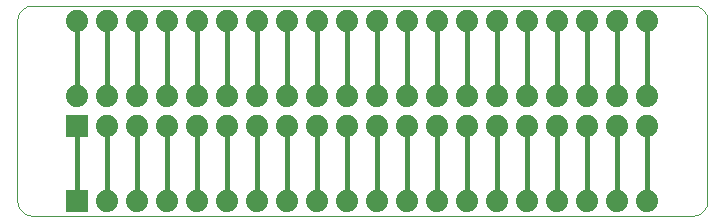
<source format=gtl>
G75*
%MOIN*%
%OFA0B0*%
%FSLAX24Y24*%
%IPPOS*%
%LPD*%
%AMOC8*
5,1,8,0,0,1.08239X$1,22.5*
%
%ADD10C,0.0010*%
%ADD11C,0.0000*%
%ADD12C,0.0740*%
%ADD13R,0.0740X0.0740*%
%ADD14C,0.0160*%
D10*
X000640Y000350D02*
X022640Y000350D01*
X023140Y000850D02*
X023140Y006850D01*
X023138Y006894D01*
X023132Y006937D01*
X023123Y006979D01*
X023110Y007021D01*
X023093Y007061D01*
X023073Y007100D01*
X023050Y007137D01*
X023023Y007171D01*
X022994Y007204D01*
X022961Y007233D01*
X022927Y007260D01*
X022890Y007283D01*
X022851Y007303D01*
X022811Y007320D01*
X022769Y007333D01*
X022727Y007342D01*
X022684Y007348D01*
X022640Y007350D01*
X000640Y007350D01*
X000596Y007348D01*
X000553Y007342D01*
X000511Y007333D01*
X000469Y007320D01*
X000429Y007303D01*
X000390Y007283D01*
X000353Y007260D01*
X000319Y007233D01*
X000286Y007204D01*
X000257Y007171D01*
X000230Y007137D01*
X000207Y007100D01*
X000187Y007061D01*
X000170Y007021D01*
X000157Y006979D01*
X000148Y006937D01*
X000142Y006894D01*
X000140Y006850D01*
X000140Y000850D01*
X000142Y000806D01*
X000148Y000763D01*
X000157Y000721D01*
X000170Y000679D01*
X000187Y000639D01*
X000207Y000600D01*
X000230Y000563D01*
X000257Y000529D01*
X000286Y000496D01*
X000319Y000467D01*
X000353Y000440D01*
X000390Y000417D01*
X000429Y000397D01*
X000469Y000380D01*
X000511Y000367D01*
X000553Y000358D01*
X000596Y000352D01*
X000640Y000350D01*
D11*
X022640Y000350D02*
X022684Y000352D01*
X022727Y000358D01*
X022769Y000367D01*
X022811Y000380D01*
X022851Y000397D01*
X022890Y000417D01*
X022927Y000440D01*
X022961Y000467D01*
X022994Y000496D01*
X023023Y000529D01*
X023050Y000563D01*
X023073Y000600D01*
X023093Y000639D01*
X023110Y000679D01*
X023123Y000721D01*
X023132Y000763D01*
X023138Y000806D01*
X023140Y000850D01*
D12*
X021140Y000850D03*
X020140Y000850D03*
X019140Y000850D03*
X018140Y000850D03*
X017140Y000850D03*
X016140Y000850D03*
X015140Y000850D03*
X014140Y000850D03*
X013140Y000850D03*
X012140Y000850D03*
X011140Y000850D03*
X010140Y000850D03*
X009140Y000850D03*
X008140Y000850D03*
X007140Y000850D03*
X006140Y000850D03*
X005140Y000850D03*
X004140Y000850D03*
X003140Y000850D03*
X003140Y003325D03*
X004140Y003325D03*
X005140Y003325D03*
X006140Y003325D03*
X007140Y003325D03*
X008140Y003325D03*
X009140Y003325D03*
X010140Y003325D03*
X011140Y003325D03*
X012140Y003325D03*
X013140Y003325D03*
X014140Y003325D03*
X015140Y003325D03*
X016140Y003325D03*
X017140Y003325D03*
X018140Y003325D03*
X019140Y003325D03*
X020140Y003325D03*
X021140Y003325D03*
X021140Y004325D03*
X020140Y004325D03*
X019140Y004325D03*
X018140Y004325D03*
X017140Y004325D03*
X016140Y004325D03*
X015140Y004325D03*
X014140Y004325D03*
X013140Y004325D03*
X012140Y004325D03*
X011140Y004325D03*
X010140Y004325D03*
X009140Y004325D03*
X008140Y004325D03*
X007140Y004325D03*
X006140Y004325D03*
X005140Y004325D03*
X004140Y004325D03*
X003140Y004325D03*
X002140Y004325D03*
X002140Y006850D03*
X003140Y006850D03*
X004140Y006850D03*
X005140Y006850D03*
X006140Y006850D03*
X007140Y006850D03*
X008140Y006850D03*
X009140Y006850D03*
X010140Y006850D03*
X011140Y006850D03*
X012140Y006850D03*
X013140Y006850D03*
X014140Y006850D03*
X015140Y006850D03*
X016140Y006850D03*
X017140Y006850D03*
X018140Y006850D03*
X019140Y006850D03*
X020140Y006850D03*
X021140Y006850D03*
D13*
X002140Y003325D03*
X002140Y000850D03*
D14*
X002140Y003325D01*
X003140Y003325D02*
X003140Y000850D01*
X004140Y000850D02*
X004140Y003325D01*
X005140Y003325D02*
X005140Y000850D01*
X006140Y000850D02*
X006140Y003325D01*
X007140Y003325D02*
X007140Y000850D01*
X008140Y000850D02*
X008140Y003325D01*
X009140Y003325D02*
X009140Y000850D01*
X010140Y000850D02*
X010140Y003325D01*
X011140Y003325D02*
X011140Y000850D01*
X012140Y000850D02*
X012140Y003325D01*
X013140Y003325D02*
X013140Y000850D01*
X014140Y000850D02*
X014140Y003325D01*
X015140Y003325D02*
X015140Y000850D01*
X016140Y000850D02*
X016140Y003325D01*
X017140Y003325D02*
X017140Y000850D01*
X018140Y000850D02*
X018140Y003325D01*
X019140Y003325D02*
X019140Y000850D01*
X020140Y000850D02*
X020140Y003325D01*
X021140Y003325D02*
X021140Y000850D01*
X021140Y004325D02*
X021140Y006850D01*
X020140Y006850D02*
X020140Y004325D01*
X019140Y004325D02*
X019140Y006850D01*
X018140Y006850D02*
X018140Y004325D01*
X017140Y004325D02*
X017140Y006850D01*
X016140Y006850D02*
X016140Y004325D01*
X015140Y004325D02*
X015140Y006850D01*
X014140Y006850D02*
X014140Y004325D01*
X013140Y004325D02*
X013140Y006850D01*
X012140Y006850D02*
X012140Y004325D01*
X011140Y004325D02*
X011140Y006850D01*
X010140Y006850D02*
X010140Y004325D01*
X009140Y004325D02*
X009140Y006850D01*
X008140Y006850D02*
X008140Y004325D01*
X007140Y004325D02*
X007140Y006850D01*
X006140Y006850D02*
X006140Y004325D01*
X005140Y004325D02*
X005140Y006850D01*
X004140Y006850D02*
X004140Y004325D01*
X003140Y004325D02*
X003140Y006850D01*
X002140Y006850D02*
X002140Y004325D01*
M02*

</source>
